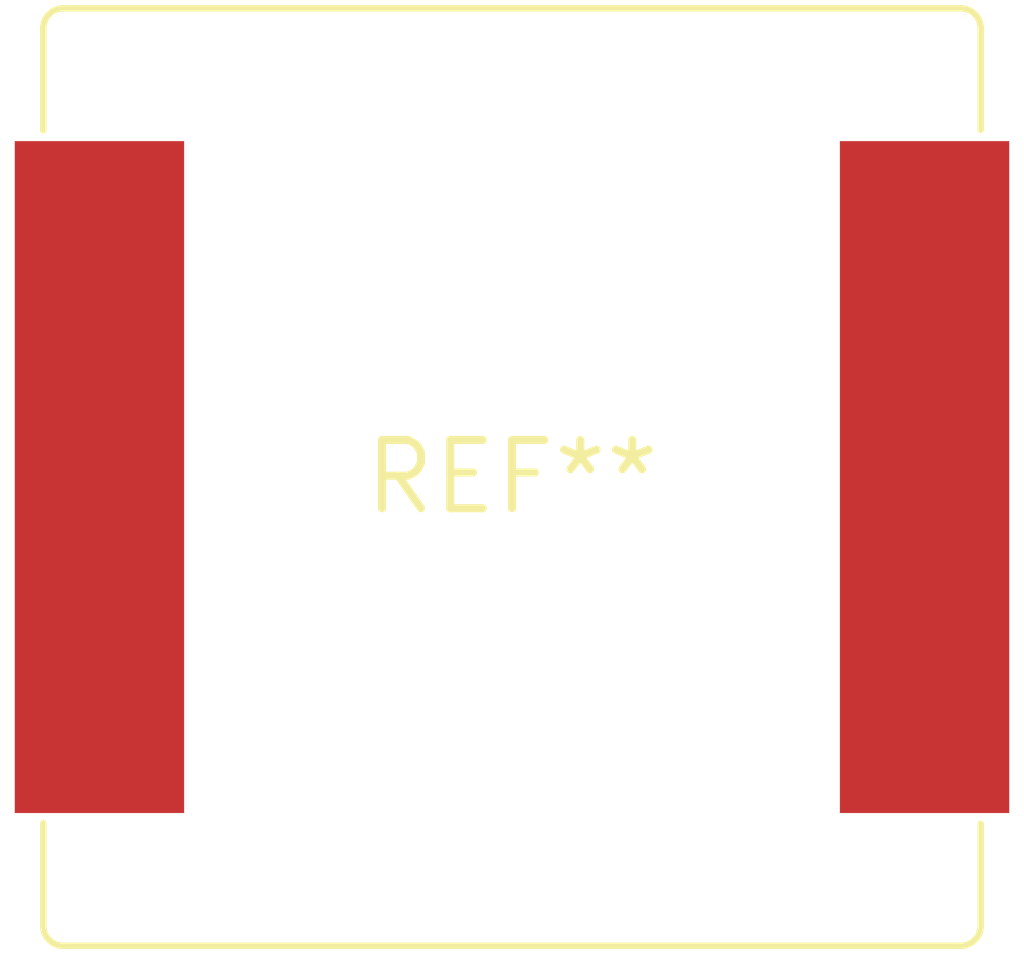
<source format=kicad_pcb>
(kicad_pcb (version 20240108) (generator pcbnew)
  (layers (0 "F.Cu" signal) (31 "B.Cu" signal) (34 "B.Paste" user) (35 "F.Paste" user) (36 "B.SilkS" user "B.Silkscreen") (37 "F.SilkS" user "F.Silkscreen") (38 "B.Mask" user) (39 "F.Mask" user) (44 "Edge.Cuts" user))
  (net 0 "")
  (footprint "L_Pulse_PA4344" (layer "F.Cu") (at 0 0)
    (property "Reference" "REF**")
    (property "Value" "L_Pulse_PA4344")
    (fp_line (start -8.72 -8.35) (end -8.72 -6.45) (layer "F.SilkS") (stroke (width 0.12)))
    (fp_line (start -8.72 6.44) (end -8.72 8.34) (layer "F.SilkS") (stroke (width 0.12)))
    (fp_line (start -8.35 -8.72) (end 8.35 -8.72) (layer "F.SilkS") (stroke (width 0.12)))
    (fp_line (start 8.35 8.72) (end -8.35 8.72) (layer "F.SilkS") (stroke (width 0.12)))
    (fp_line (start 8.72 -8.36) (end 8.72 -6.46) (layer "F.SilkS") (stroke (width 0.12)))
    (fp_line (start 8.72 6.45) (end 8.72 8.35) (layer "F.SilkS") (stroke (width 0.12)))
    (fp_arc (start -8.72054 -8.35) (mid -8.618989 -8.604842) (end -8.37 -8.72) (layer "F.SilkS") (stroke (width 0.12)))
    (fp_arc (start -8.35 8.720135) (mid -8.608165 8.615237) (end -8.72 8.36) (layer "F.SilkS") (stroke (width 0.12)))
    (fp_arc (start 8.35 -8.720135) (mid 8.608165 -8.615237) (end 8.72 -8.36) (layer "F.SilkS") (stroke (width 0.12)))
    (fp_arc (start 8.72 8.35) (mid 8.61163 8.61163) (end 8.35 8.72) (layer "F.SilkS") (stroke (width 0.12)))
    (pad "1" smd rect (at -7.675 0) (size 3.15 12.5) (layers "F.Cu" "F.Paste" "F.Mask"))
    (pad "2" smd rect (at 7.675 0) (size 3.15 12.5) (layers "F.Cu" "F.Paste" "F.Mask"))
  )
)
</source>
